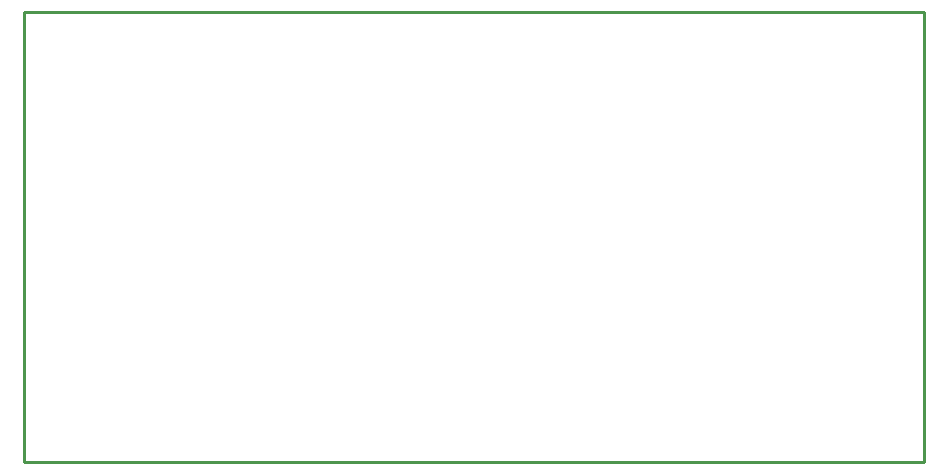
<source format=gbr>
G04 start of page 4 for group 2 idx 2 *
G04 Title: (unknown), outline *
G04 Creator: pcb 4.0.2 *
G04 CreationDate: Thu May 30 20:40:21 2019 UTC *
G04 For: ndholmes *
G04 Format: Gerber/RS-274X *
G04 PCB-Dimensions (mil): 3000.00 1500.00 *
G04 PCB-Coordinate-Origin: lower left *
%MOIN*%
%FSLAX25Y25*%
%LNOUTLINE*%
%ADD32C,0.0100*%
G54D32*X0Y150000D02*Y0D01*
X300000D01*
Y150000D01*
X0D01*
M02*

</source>
